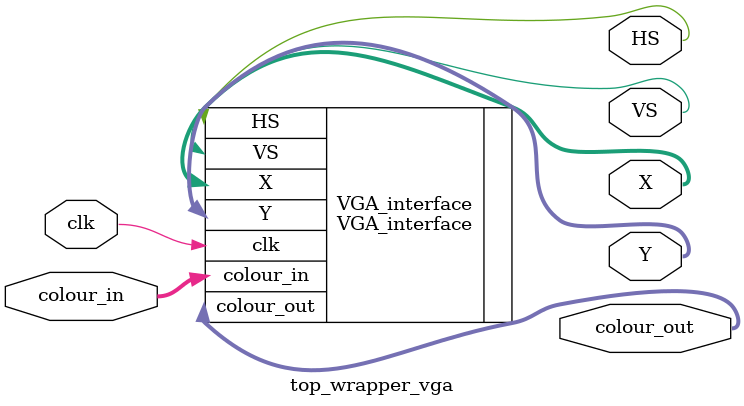
<source format=v>
`timescale 1ns / 1ps


module top_wrapper_vga( //to put where the pixels are
    input clk,
  //  input [1:0] MSM_state,//input from the master state machine
    input [11:0] colour_in,
    output [11:0] colour_out,
    output HS,
    output VS,
    output [9:0] X,
    output [8:0] Y
    );
  
// all the code for the vga win and stuff is inside the snake control module  
  
    VGA_interface
    VGA_interface(
    .clk(clk),
    .colour_in(colour_in),
    .colour_out(colour_out),
    .HS(HS),
    .VS(VS),
    .X(X),
    .Y(Y)
    );

endmodule

</source>
